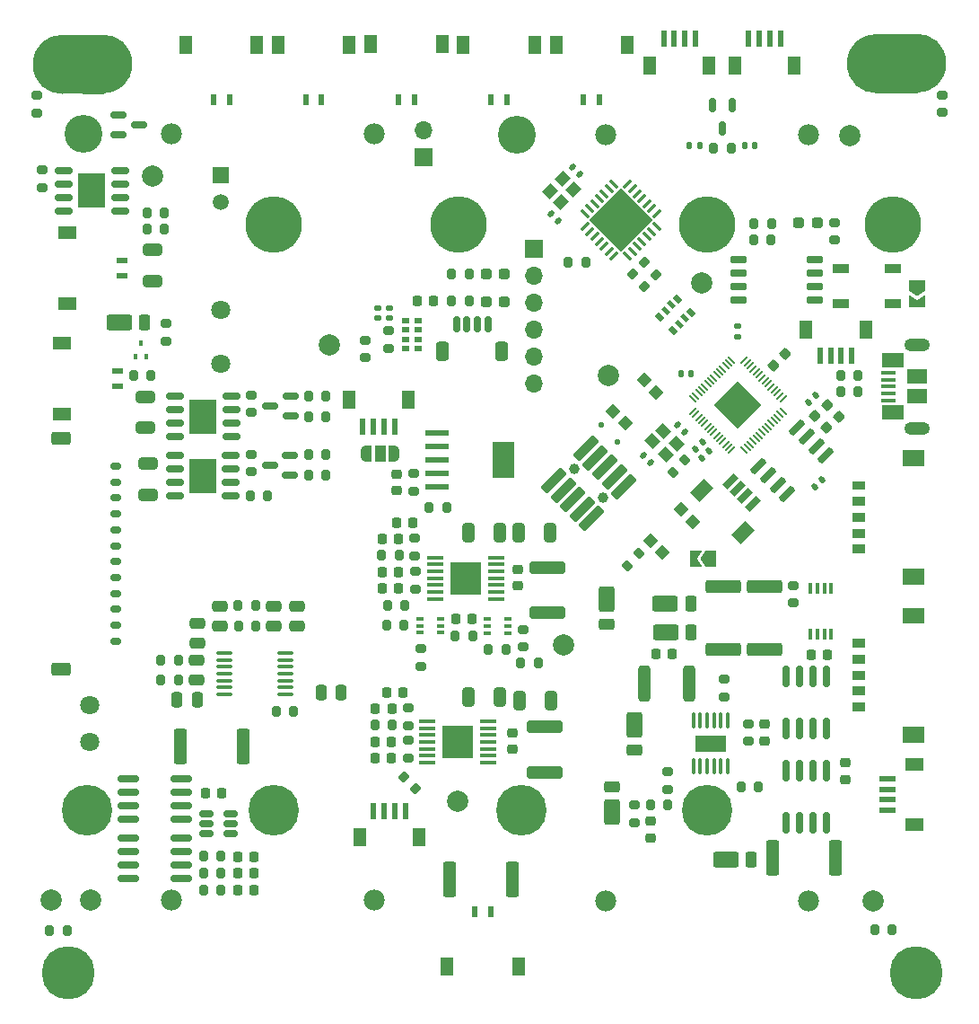
<source format=gbr>
%TF.GenerationSoftware,KiCad,Pcbnew,8.0.2-1*%
%TF.CreationDate,2024-07-17T00:17:58-07:00*%
%TF.ProjectId,battery_board_v3c,62617474-6572-4795-9f62-6f6172645f76,rev?*%
%TF.SameCoordinates,Original*%
%TF.FileFunction,Soldermask,Top*%
%TF.FilePolarity,Negative*%
%FSLAX46Y46*%
G04 Gerber Fmt 4.6, Leading zero omitted, Abs format (unit mm)*
G04 Created by KiCad (PCBNEW 8.0.2-1) date 2024-07-17 00:17:58*
%MOMM*%
%LPD*%
G01*
G04 APERTURE LIST*
G04 Aperture macros list*
%AMRoundRect*
0 Rectangle with rounded corners*
0 $1 Rounding radius*
0 $2 $3 $4 $5 $6 $7 $8 $9 X,Y pos of 4 corners*
0 Add a 4 corners polygon primitive as box body*
4,1,4,$2,$3,$4,$5,$6,$7,$8,$9,$2,$3,0*
0 Add four circle primitives for the rounded corners*
1,1,$1+$1,$2,$3*
1,1,$1+$1,$4,$5*
1,1,$1+$1,$6,$7*
1,1,$1+$1,$8,$9*
0 Add four rect primitives between the rounded corners*
20,1,$1+$1,$2,$3,$4,$5,0*
20,1,$1+$1,$4,$5,$6,$7,0*
20,1,$1+$1,$6,$7,$8,$9,0*
20,1,$1+$1,$8,$9,$2,$3,0*%
%AMRotRect*
0 Rectangle, with rotation*
0 The origin of the aperture is its center*
0 $1 length*
0 $2 width*
0 $3 Rotation angle, in degrees counterclockwise*
0 Add horizontal line*
21,1,$1,$2,0,0,$3*%
%AMFreePoly0*
4,1,6,1.000000,0.000000,0.500000,-0.750000,-0.500000,-0.750000,-0.500000,0.750000,0.500000,0.750000,1.000000,0.000000,1.000000,0.000000,$1*%
%AMFreePoly1*
4,1,6,0.500000,-0.750000,-0.650000,-0.750000,-0.150000,0.000000,-0.650000,0.750000,0.500000,0.750000,0.500000,-0.750000,0.500000,-0.750000,$1*%
%AMFreePoly2*
4,1,19,0.550000,-0.750000,0.000000,-0.750000,0.000000,-0.744911,-0.071157,-0.744911,-0.207708,-0.704816,-0.327430,-0.627875,-0.420627,-0.520320,-0.479746,-0.390866,-0.500000,-0.250000,-0.500000,0.250000,-0.479746,0.390866,-0.420627,0.520320,-0.327430,0.627875,-0.207708,0.704816,-0.071157,0.744911,0.000000,0.744911,0.000000,0.750000,0.550000,0.750000,0.550000,-0.750000,0.550000,-0.750000,
$1*%
%AMFreePoly3*
4,1,19,0.000000,0.744911,0.071157,0.744911,0.207708,0.704816,0.327430,0.627875,0.420627,0.520320,0.479746,0.390866,0.500000,0.250000,0.500000,-0.250000,0.479746,-0.390866,0.420627,-0.520320,0.327430,-0.627875,0.207708,-0.704816,0.071157,-0.744911,0.000000,-0.744911,0.000000,-0.750000,-0.550000,-0.750000,-0.550000,0.750000,0.000000,0.750000,0.000000,0.744911,0.000000,0.744911,
$1*%
G04 Aperture macros list end*
%ADD10C,0.150000*%
%ADD11C,0.010000*%
%ADD12RoundRect,0.200000X0.200000X0.275000X-0.200000X0.275000X-0.200000X-0.275000X0.200000X-0.275000X0*%
%ADD13FreePoly0,270.000000*%
%ADD14FreePoly1,270.000000*%
%ADD15RoundRect,0.250000X0.650000X-0.325000X0.650000X0.325000X-0.650000X0.325000X-0.650000X-0.325000X0*%
%ADD16FreePoly0,180.000000*%
%ADD17FreePoly1,180.000000*%
%ADD18RoundRect,0.200000X0.275000X-0.200000X0.275000X0.200000X-0.275000X0.200000X-0.275000X-0.200000X0*%
%ADD19RotRect,0.600000X1.550000X135.000000*%
%ADD20RotRect,1.200000X1.800000X135.000000*%
%ADD21C,5.000000*%
%ADD22RoundRect,0.225000X-0.225000X-0.250000X0.225000X-0.250000X0.225000X0.250000X-0.225000X0.250000X0*%
%ADD23RoundRect,0.250000X-1.450000X0.312500X-1.450000X-0.312500X1.450000X-0.312500X1.450000X0.312500X0*%
%ADD24C,2.000000*%
%ADD25R,1.500000X0.900000*%
%ADD26RoundRect,0.150000X0.825000X0.150000X-0.825000X0.150000X-0.825000X-0.150000X0.825000X-0.150000X0*%
%ADD27RoundRect,0.150000X0.150000X0.625000X-0.150000X0.625000X-0.150000X-0.625000X0.150000X-0.625000X0*%
%ADD28RoundRect,0.250000X0.350000X0.650000X-0.350000X0.650000X-0.350000X-0.650000X0.350000X-0.650000X0*%
%ADD29R,0.650000X0.400000*%
%ADD30RoundRect,0.200000X-0.200000X-0.275000X0.200000X-0.275000X0.200000X0.275000X-0.200000X0.275000X0*%
%ADD31RoundRect,0.150000X0.662500X0.150000X-0.662500X0.150000X-0.662500X-0.150000X0.662500X-0.150000X0*%
%ADD32R,2.514000X3.200000*%
%ADD33RoundRect,0.150000X-0.512500X-0.150000X0.512500X-0.150000X0.512500X0.150000X-0.512500X0.150000X0*%
%ADD34RoundRect,0.140000X-0.021213X0.219203X-0.219203X0.021213X0.021213X-0.219203X0.219203X-0.021213X0*%
%ADD35R,0.600000X1.000000*%
%ADD36R,1.250000X1.800000*%
%ADD37RoundRect,0.140000X-0.219203X-0.021213X-0.021213X-0.219203X0.219203X0.021213X0.021213X0.219203X0*%
%ADD38RoundRect,0.225000X-0.250000X0.225000X-0.250000X-0.225000X0.250000X-0.225000X0.250000X0.225000X0*%
%ADD39RoundRect,0.140000X0.170000X-0.140000X0.170000X0.140000X-0.170000X0.140000X-0.170000X-0.140000X0*%
%ADD40RotRect,0.800000X0.500000X135.000000*%
%ADD41RotRect,0.800000X0.400000X135.000000*%
%ADD42RoundRect,0.250000X-0.650000X0.325000X-0.650000X-0.325000X0.650000X-0.325000X0.650000X0.325000X0*%
%ADD43RoundRect,0.200000X0.335876X0.053033X0.053033X0.335876X-0.335876X-0.053033X-0.053033X-0.335876X0*%
%ADD44RoundRect,0.225000X0.250000X-0.225000X0.250000X0.225000X-0.250000X0.225000X-0.250000X-0.225000X0*%
%ADD45RoundRect,0.250000X-0.475000X0.250000X-0.475000X-0.250000X0.475000X-0.250000X0.475000X0.250000X0*%
%ADD46RoundRect,0.150000X0.150000X-0.825000X0.150000X0.825000X-0.150000X0.825000X-0.150000X-0.825000X0*%
%ADD47R,2.200000X0.600000*%
%ADD48R,2.150000X3.450000*%
%ADD49RoundRect,0.150000X0.406586X0.618718X-0.618718X-0.406586X-0.406586X-0.618718X0.618718X0.406586X0*%
%ADD50RoundRect,0.050800X0.000000X0.636396X-0.636396X0.000000X0.000000X-0.636396X0.636396X0.000000X0*%
%ADD51RoundRect,0.225000X0.225000X0.250000X-0.225000X0.250000X-0.225000X-0.250000X0.225000X-0.250000X0*%
%ADD52RoundRect,0.050800X0.000000X-0.636396X0.636396X0.000000X0.000000X0.636396X-0.636396X0.000000X0*%
%ADD53RoundRect,0.150000X-0.662500X-0.150000X0.662500X-0.150000X0.662500X0.150000X-0.662500X0.150000X0*%
%ADD54RoundRect,0.150000X0.587500X0.150000X-0.587500X0.150000X-0.587500X-0.150000X0.587500X-0.150000X0*%
%ADD55RoundRect,0.250000X0.362500X1.425000X-0.362500X1.425000X-0.362500X-1.425000X0.362500X-1.425000X0*%
%ADD56RoundRect,0.250000X0.325000X0.650000X-0.325000X0.650000X-0.325000X-0.650000X0.325000X-0.650000X0*%
%ADD57R,1.700000X1.700000*%
%ADD58O,1.700000X1.700000*%
%ADD59R,0.600000X1.550000*%
%ADD60R,1.200000X1.800000*%
%ADD61C,1.800000*%
%ADD62R,3.000000X3.100000*%
%ADD63RoundRect,0.100000X-0.687500X-0.100000X0.687500X-0.100000X0.687500X0.100000X-0.687500X0.100000X0*%
%ADD64R,0.400000X1.100000*%
%ADD65RoundRect,0.200000X0.053033X-0.335876X0.335876X-0.053033X-0.053033X0.335876X-0.335876X0.053033X0*%
%ADD66RoundRect,0.237500X-0.287500X-0.237500X0.287500X-0.237500X0.287500X0.237500X-0.287500X0.237500X0*%
%ADD67RoundRect,0.250000X-0.362500X-1.425000X0.362500X-1.425000X0.362500X1.425000X-0.362500X1.425000X0*%
%ADD68RoundRect,0.250000X-0.500000X0.950000X-0.500000X-0.950000X0.500000X-0.950000X0.500000X0.950000X0*%
%ADD69RoundRect,0.250000X-0.500000X0.275000X-0.500000X-0.275000X0.500000X-0.275000X0.500000X0.275000X0*%
%ADD70RoundRect,0.250000X0.950000X0.500000X-0.950000X0.500000X-0.950000X-0.500000X0.950000X-0.500000X0*%
%ADD71RoundRect,0.250000X0.275000X0.500000X-0.275000X0.500000X-0.275000X-0.500000X0.275000X-0.500000X0*%
%ADD72RoundRect,0.140000X0.219203X0.021213X0.021213X0.219203X-0.219203X-0.021213X-0.021213X-0.219203X0*%
%ADD73RoundRect,0.125000X0.176777X0.000000X0.000000X0.176777X-0.176777X0.000000X0.000000X-0.176777X0*%
%ADD74RoundRect,0.150000X-0.150000X0.512500X-0.150000X-0.512500X0.150000X-0.512500X0.150000X0.512500X0*%
%ADD75RoundRect,0.150000X-0.150000X0.825000X-0.150000X-0.825000X0.150000X-0.825000X0.150000X0.825000X0*%
%ADD76RoundRect,0.250000X-0.325000X-0.650000X0.325000X-0.650000X0.325000X0.650000X-0.325000X0.650000X0*%
%ADD77RoundRect,0.200000X-0.053033X0.335876X-0.335876X0.053033X0.053033X-0.335876X0.335876X-0.053033X0*%
%ADD78R,0.400000X0.510000*%
%ADD79R,0.800000X0.500000*%
%ADD80RoundRect,0.250000X-1.425000X0.362500X-1.425000X-0.362500X1.425000X-0.362500X1.425000X0.362500X0*%
%ADD81RoundRect,0.200000X-0.275000X0.200000X-0.275000X-0.200000X0.275000X-0.200000X0.275000X0.200000X0*%
%ADD82R,1.000000X0.600000*%
%ADD83R,1.800000X1.250000*%
%ADD84RoundRect,0.250000X-0.250000X-0.475000X0.250000X-0.475000X0.250000X0.475000X-0.250000X0.475000X0*%
%ADD85RoundRect,0.100000X-0.637500X-0.100000X0.637500X-0.100000X0.637500X0.100000X-0.637500X0.100000X0*%
%ADD86RoundRect,0.150000X-0.650000X-0.150000X0.650000X-0.150000X0.650000X0.150000X-0.650000X0.150000X0*%
%ADD87R,1.550000X0.600000*%
%ADD88R,1.800000X1.200000*%
%ADD89FreePoly2,0.000000*%
%ADD90R,1.000000X1.500000*%
%ADD91FreePoly3,0.000000*%
%ADD92RoundRect,0.250000X1.425000X-0.362500X1.425000X0.362500X-1.425000X0.362500X-1.425000X-0.362500X0*%
%ADD93RoundRect,0.140000X-0.140000X-0.170000X0.140000X-0.170000X0.140000X0.170000X-0.140000X0.170000X0*%
%ADD94R,1.380000X0.450000*%
%ADD95O,2.416000X1.208000*%
%ADD96R,2.100000X1.475000*%
%ADD97R,1.900000X1.375000*%
%ADD98RoundRect,0.250000X0.500000X-0.950000X0.500000X0.950000X-0.500000X0.950000X-0.500000X-0.950000X0*%
%ADD99RoundRect,0.250000X0.500000X-0.275000X0.500000X0.275000X-0.500000X0.275000X-0.500000X-0.275000X0*%
%ADD100RoundRect,0.140000X0.140000X0.170000X-0.140000X0.170000X-0.140000X-0.170000X0.140000X-0.170000X0*%
%ADD101RoundRect,0.050000X-0.309359X0.238649X0.238649X-0.309359X0.309359X-0.238649X-0.238649X0.309359X0*%
%ADD102RoundRect,0.050000X-0.309359X-0.238649X-0.238649X-0.309359X0.309359X0.238649X0.238649X0.309359X0*%
%ADD103RotRect,3.200000X3.200000X315.000000*%
%ADD104RoundRect,0.250000X-0.312500X-1.450000X0.312500X-1.450000X0.312500X1.450000X-0.312500X1.450000X0*%
%ADD105RoundRect,0.075000X0.362392X-0.256326X-0.256326X0.362392X-0.362392X0.256326X0.256326X-0.362392X0*%
%ADD106RoundRect,0.075000X0.362392X0.256326X0.256326X0.362392X-0.362392X-0.256326X-0.256326X-0.362392X0*%
%ADD107RotRect,4.250000X4.250000X135.000000*%
%ADD108C,1.000000*%
%ADD109RoundRect,0.050800X1.187939X0.650538X0.650538X1.187939X-1.187939X-0.650538X-0.650538X-1.187939X0*%
%ADD110RoundRect,0.250000X0.475000X-0.250000X0.475000X0.250000X-0.475000X0.250000X-0.475000X-0.250000X0*%
%ADD111RoundRect,0.150000X-0.350000X0.150000X-0.350000X-0.150000X0.350000X-0.150000X0.350000X0.150000X0*%
%ADD112RoundRect,0.250000X-0.650000X0.375000X-0.650000X-0.375000X0.650000X-0.375000X0.650000X0.375000X0*%
%ADD113RoundRect,0.150000X-0.587500X-0.150000X0.587500X-0.150000X0.587500X0.150000X-0.587500X0.150000X0*%
%ADD114R,1.508000X1.508000*%
%ADD115C,1.508000*%
%ADD116RoundRect,0.225000X0.017678X-0.335876X0.335876X-0.017678X-0.017678X0.335876X-0.335876X0.017678X0*%
%ADD117RoundRect,0.225000X-0.335876X-0.017678X-0.017678X-0.335876X0.335876X0.017678X0.017678X0.335876X0*%
%ADD118RoundRect,0.100000X0.100000X-0.625000X0.100000X0.625000X-0.100000X0.625000X-0.100000X-0.625000X0*%
%ADD119R,2.850000X1.650000*%
%ADD120RotRect,1.150000X1.000000X315.000000*%
%ADD121RoundRect,0.140000X0.021213X-0.219203X0.219203X-0.021213X-0.021213X0.219203X-0.219203X0.021213X0*%
%ADD122RotRect,1.150000X1.000000X225.000000*%
%ADD123C,4.770000*%
%ADD124C,5.325000*%
%ADD125C,3.570000*%
%ADD126C,1.980000*%
G04 APERTURE END LIST*
D10*
X193457397Y-45800000D02*
G75*
G02*
X188042603Y-45800000I-2707397J0D01*
G01*
X188042603Y-45800000D02*
G75*
G02*
X193457397Y-45800000I2707397J0D01*
G01*
X190750000Y-48496747D02*
X194550000Y-48503254D01*
X113942531Y-48568739D02*
X117742531Y-48575246D01*
X197242408Y-45774702D02*
G75*
G02*
X191857592Y-45774702I-2692408J0D01*
G01*
X191857592Y-45774702D02*
G75*
G02*
X197242408Y-45774702I2692408J0D01*
G01*
X116649928Y-45871992D02*
G75*
G02*
X111235134Y-45871992I-2707397J0D01*
G01*
X111235134Y-45871992D02*
G75*
G02*
X116649928Y-45871992I2707397J0D01*
G01*
X120434939Y-45846694D02*
G75*
G02*
X115050123Y-45846694I-2692408J0D01*
G01*
X115050123Y-45846694D02*
G75*
G02*
X120434939Y-45846694I2692408J0D01*
G01*
X194600000Y-43096747D02*
X190800000Y-43103254D01*
X117792531Y-43168739D02*
X113992531Y-43175246D01*
D11*
%TO.C,J14*%
X189606200Y-100776200D02*
X188453800Y-100776200D01*
X188453800Y-100023800D01*
X189606200Y-100023800D01*
X189606200Y-100776200D01*
G36*
X189606200Y-100776200D02*
G01*
X188453800Y-100776200D01*
X188453800Y-100023800D01*
X189606200Y-100023800D01*
X189606200Y-100776200D01*
G37*
X189606200Y-102276200D02*
X188453800Y-102276200D01*
X188453800Y-101523800D01*
X189606200Y-101523800D01*
X189606200Y-102276200D01*
G36*
X189606200Y-102276200D02*
G01*
X188453800Y-102276200D01*
X188453800Y-101523800D01*
X189606200Y-101523800D01*
X189606200Y-102276200D01*
G37*
X189606200Y-103776200D02*
X188453800Y-103776200D01*
X188453800Y-103023800D01*
X189606200Y-103023800D01*
X189606200Y-103776200D01*
G36*
X189606200Y-103776200D02*
G01*
X188453800Y-103776200D01*
X188453800Y-103023800D01*
X189606200Y-103023800D01*
X189606200Y-103776200D01*
G37*
X189606200Y-105276200D02*
X188453800Y-105276200D01*
X188453800Y-104523800D01*
X189606200Y-104523800D01*
X189606200Y-105276200D01*
G36*
X189606200Y-105276200D02*
G01*
X188453800Y-105276200D01*
X188453800Y-104523800D01*
X189606200Y-104523800D01*
X189606200Y-105276200D01*
G37*
X189606200Y-106776200D02*
X188453800Y-106776200D01*
X188453800Y-106023800D01*
X189606200Y-106023800D01*
X189606200Y-106776200D01*
G36*
X189606200Y-106776200D02*
G01*
X188453800Y-106776200D01*
X188453800Y-106023800D01*
X189606200Y-106023800D01*
X189606200Y-106776200D01*
G37*
X195196200Y-98496200D02*
X193243800Y-98496200D01*
X193243800Y-97093800D01*
X195196200Y-97093800D01*
X195196200Y-98496200D01*
G36*
X195196200Y-98496200D02*
G01*
X193243800Y-98496200D01*
X193243800Y-97093800D01*
X195196200Y-97093800D01*
X195196200Y-98496200D01*
G37*
X195196200Y-109706200D02*
X193243800Y-109706200D01*
X193243800Y-108303800D01*
X195196200Y-108303800D01*
X195196200Y-109706200D01*
G36*
X195196200Y-109706200D02*
G01*
X193243800Y-109706200D01*
X193243800Y-108303800D01*
X195196200Y-108303800D01*
X195196200Y-109706200D01*
G37*
%TO.C,J15*%
X189616200Y-85906200D02*
X188463800Y-85906200D01*
X188463800Y-85153800D01*
X189616200Y-85153800D01*
X189616200Y-85906200D01*
G36*
X189616200Y-85906200D02*
G01*
X188463800Y-85906200D01*
X188463800Y-85153800D01*
X189616200Y-85153800D01*
X189616200Y-85906200D01*
G37*
X189616200Y-87406200D02*
X188463800Y-87406200D01*
X188463800Y-86653800D01*
X189616200Y-86653800D01*
X189616200Y-87406200D01*
G36*
X189616200Y-87406200D02*
G01*
X188463800Y-87406200D01*
X188463800Y-86653800D01*
X189616200Y-86653800D01*
X189616200Y-87406200D01*
G37*
X189616200Y-88906200D02*
X188463800Y-88906200D01*
X188463800Y-88153800D01*
X189616200Y-88153800D01*
X189616200Y-88906200D01*
G36*
X189616200Y-88906200D02*
G01*
X188463800Y-88906200D01*
X188463800Y-88153800D01*
X189616200Y-88153800D01*
X189616200Y-88906200D01*
G37*
X189616200Y-90406200D02*
X188463800Y-90406200D01*
X188463800Y-89653800D01*
X189616200Y-89653800D01*
X189616200Y-90406200D01*
G36*
X189616200Y-90406200D02*
G01*
X188463800Y-90406200D01*
X188463800Y-89653800D01*
X189616200Y-89653800D01*
X189616200Y-90406200D01*
G37*
X189616200Y-91906200D02*
X188463800Y-91906200D01*
X188463800Y-91153800D01*
X189616200Y-91153800D01*
X189616200Y-91906200D01*
G36*
X189616200Y-91906200D02*
G01*
X188463800Y-91906200D01*
X188463800Y-91153800D01*
X189616200Y-91153800D01*
X189616200Y-91906200D01*
G37*
X195206200Y-83626200D02*
X193253800Y-83626200D01*
X193253800Y-82223800D01*
X195206200Y-82223800D01*
X195206200Y-83626200D01*
G36*
X195206200Y-83626200D02*
G01*
X193253800Y-83626200D01*
X193253800Y-82223800D01*
X195206200Y-82223800D01*
X195206200Y-83626200D01*
G37*
X195206200Y-94836200D02*
X193253800Y-94836200D01*
X193253800Y-93433800D01*
X195206200Y-93433800D01*
X195206200Y-94836200D01*
G36*
X195206200Y-94836200D02*
G01*
X193253800Y-94836200D01*
X193253800Y-93433800D01*
X195206200Y-93433800D01*
X195206200Y-94836200D01*
G37*
%TD*%
D12*
%TO.C,R35*%
X163325000Y-64500000D03*
X161675000Y-64500000D03*
%TD*%
D13*
%TO.C,JP3*%
X194600000Y-66775001D03*
D14*
X194600000Y-68224999D03*
%TD*%
D15*
%TO.C,C14*%
X122000000Y-86450002D03*
X122000000Y-83500000D03*
%TD*%
%TO.C,C54*%
X121800000Y-80150002D03*
X121800000Y-77200000D03*
%TD*%
D16*
%TO.C,JP2*%
X175124999Y-92500000D03*
D17*
X173675001Y-92500000D03*
%TD*%
D18*
%TO.C,R57*%
X186800000Y-62425000D03*
X186800000Y-60775000D03*
%TD*%
D19*
%TO.C,J21*%
X179057577Y-87283744D03*
X178350470Y-86576637D03*
X177643363Y-85869530D03*
X176936256Y-85162423D03*
D20*
X178191371Y-89988427D03*
X174231573Y-86028629D03*
%TD*%
D12*
%TO.C,R32*%
X135750000Y-106900000D03*
X134100000Y-106900000D03*
%TD*%
D21*
%TO.C,*%
X194500000Y-131530000D03*
%TD*%
D22*
%TO.C,C1*%
X144082500Y-90615000D03*
X145632500Y-90615000D03*
%TD*%
D23*
%TO.C,L3*%
X159440000Y-108330000D03*
X159440000Y-112605000D03*
%TD*%
D24*
%TO.C,TP6*%
X122428000Y-56388000D03*
%TD*%
D25*
%TO.C,LED1*%
X192250000Y-68450000D03*
X192250000Y-65150000D03*
X187350000Y-65150000D03*
X187350000Y-68450000D03*
%TD*%
D26*
%TO.C,Q2*%
X125124999Y-122585000D03*
X125124999Y-121315000D03*
X125124999Y-120045000D03*
X125124999Y-118775000D03*
X120174999Y-118775000D03*
X120174999Y-120045000D03*
X120174999Y-121315000D03*
X120174999Y-122585000D03*
%TD*%
D27*
%TO.C,J27*%
X154110000Y-70395000D03*
X153110000Y-70395000D03*
X152110000Y-70395000D03*
X151110000Y-70395000D03*
D28*
X155410000Y-72920000D03*
X149810000Y-72920000D03*
%TD*%
D29*
%TO.C,Q3*%
X154057500Y-98180000D03*
X154057500Y-98830000D03*
X154057500Y-99480000D03*
X155957500Y-99480000D03*
X155957500Y-98830000D03*
X155957500Y-98180000D03*
%TD*%
D30*
%TO.C,R4*%
X127225000Y-120530000D03*
X128875000Y-120530000D03*
%TD*%
D31*
%TO.C,Q9*%
X129840002Y-86574999D03*
X129840002Y-85304999D03*
X129840002Y-84034999D03*
X129840002Y-82764999D03*
X124565002Y-82764999D03*
X124565002Y-84034999D03*
X124565002Y-85304999D03*
X124565002Y-86574999D03*
D32*
X127202502Y-84669999D03*
%TD*%
D33*
%TO.C,U1*%
X127542500Y-116500000D03*
X127542500Y-117450000D03*
X127542500Y-118400000D03*
X129817500Y-118400000D03*
X129817500Y-117450000D03*
X129817500Y-116500000D03*
%TD*%
D34*
%TO.C,C31*%
X185639411Y-85060589D03*
X184960589Y-85739411D03*
%TD*%
D35*
%TO.C,J7*%
X155870000Y-49225000D03*
X154370000Y-49225000D03*
D36*
X158475000Y-44035000D03*
X151765000Y-44035000D03*
%TD*%
D37*
%TO.C,C20*%
X171960589Y-79870589D03*
X172639411Y-80549411D03*
%TD*%
D12*
%TO.C,FB3*%
X132177500Y-98852499D03*
X130527500Y-98852499D03*
%TD*%
%TO.C,R19*%
X133285000Y-86564998D03*
X131635000Y-86564998D03*
%TD*%
D38*
%TO.C,C40*%
X180220000Y-108085000D03*
X180220000Y-109635000D03*
%TD*%
D18*
%TO.C,R60*%
X123750000Y-71955000D03*
X123750000Y-70305000D03*
%TD*%
D39*
%TO.C,C52*%
X144800000Y-69780000D03*
X144800000Y-68820000D03*
%TD*%
D40*
%TO.C,R48*%
X171537868Y-70934924D03*
D41*
X172103553Y-70369239D03*
X172669239Y-69803553D03*
D40*
X173234924Y-69237868D03*
X171962132Y-67965076D03*
D41*
X171396447Y-68530761D03*
X170830761Y-69096447D03*
D40*
X170265076Y-69662132D03*
%TD*%
D35*
%TO.C,J8*%
X164610000Y-49245000D03*
X163110000Y-49245000D03*
D36*
X167215000Y-44055000D03*
X160505000Y-44055000D03*
%TD*%
D42*
%TO.C,C50*%
X122430000Y-63325000D03*
X122430000Y-66275000D03*
%TD*%
D12*
%TO.C,R31*%
X180825000Y-60880000D03*
X179175000Y-60880000D03*
%TD*%
D30*
%TO.C,R43*%
X169415000Y-115690000D03*
X171065000Y-115690000D03*
%TD*%
D43*
%TO.C,R40*%
X169963503Y-65683595D03*
X168796777Y-64516869D03*
%TD*%
D44*
%TO.C,C13*%
X145467500Y-86055000D03*
X145467500Y-84505000D03*
%TD*%
D45*
%TO.C,C18*%
X126627500Y-102032499D03*
X126627500Y-103932499D03*
%TD*%
D46*
%TO.C,U14*%
X182215000Y-108495000D03*
X183485000Y-108495000D03*
X184755000Y-108495000D03*
X186025000Y-108495000D03*
X186025000Y-103545000D03*
X184755000Y-103545000D03*
X183485000Y-103545000D03*
X182215000Y-103545000D03*
%TD*%
D47*
%TO.C,U6*%
X149270000Y-80630000D03*
X149270000Y-81900000D03*
X149270000Y-83170000D03*
X149270000Y-84440000D03*
X149270000Y-85710000D03*
D48*
X155570000Y-83170000D03*
%TD*%
D49*
%TO.C,U13*%
X185957838Y-82766238D03*
X185059813Y-81868213D03*
X184161787Y-80970187D03*
X183263762Y-80072162D03*
X179622162Y-83713762D03*
X180520187Y-84611787D03*
X181418213Y-85509813D03*
X182316238Y-86407838D03*
%TD*%
D50*
%TO.C,SW1*%
X167046117Y-79685254D03*
X169945254Y-76786117D03*
X165914746Y-78553883D03*
X168813883Y-75654746D03*
%TD*%
D51*
%TO.C,C49*%
X144995000Y-109710000D03*
X143445000Y-109710000D03*
%TD*%
D52*
%TO.C,SW2*%
X172313883Y-87844746D03*
X169414746Y-90743883D03*
X173445254Y-88976117D03*
X170546117Y-91875254D03*
%TD*%
D18*
%TO.C,R59*%
X112050000Y-57485000D03*
X112050000Y-55835000D03*
%TD*%
D24*
%TO.C,TP1*%
X161250000Y-100590000D03*
%TD*%
D22*
%TO.C,C12*%
X151052500Y-98160000D03*
X152602500Y-98160000D03*
%TD*%
%TO.C,C43*%
X144535000Y-105100000D03*
X146085000Y-105100000D03*
%TD*%
D53*
%TO.C,Q11*%
X114075000Y-55860000D03*
X114075000Y-57130000D03*
X114075000Y-58400000D03*
X114075000Y-59670000D03*
X119350000Y-59670000D03*
X119350000Y-58400000D03*
X119350000Y-57130000D03*
X119350000Y-55860000D03*
D32*
X116712500Y-57765000D03*
%TD*%
D44*
%TO.C,C6*%
X156907500Y-95015000D03*
X156907500Y-93465000D03*
%TD*%
D54*
%TO.C,Q7*%
X135407501Y-84619998D03*
X135407501Y-82719998D03*
X133532501Y-83669998D03*
%TD*%
D24*
%TO.C,TP2*%
X116620000Y-124620000D03*
%TD*%
D30*
%TO.C,R54*%
X187340000Y-76720000D03*
X188990000Y-76720000D03*
%TD*%
D55*
%TO.C,R1*%
X130962500Y-110200000D03*
X125037500Y-110200000D03*
%TD*%
D56*
%TO.C,C46*%
X155185000Y-105500000D03*
X152235000Y-105500000D03*
%TD*%
D57*
%TO.C,J25*%
X158440000Y-63220000D03*
D58*
X158440000Y-65760000D03*
X158440000Y-68300000D03*
X158440000Y-70840000D03*
X158440000Y-73380000D03*
X158440000Y-75920000D03*
%TD*%
D59*
%TO.C,J20*%
X173670000Y-43475000D03*
X172670000Y-43475000D03*
X171670000Y-43475000D03*
X170670000Y-43475000D03*
D60*
X174970000Y-46000000D03*
X169370000Y-46000000D03*
%TD*%
D18*
%TO.C,R62*%
X111540000Y-50465000D03*
X111540000Y-48815000D03*
%TD*%
D61*
%TO.C,J18*%
X116500000Y-109750000D03*
X116500000Y-106250000D03*
%TD*%
D62*
%TO.C,U3*%
X151977500Y-94300000D03*
D63*
X149115000Y-92350000D03*
X149115000Y-93000000D03*
X149115000Y-93650000D03*
X149115000Y-94300000D03*
X149115000Y-94950000D03*
X149115000Y-95600000D03*
X149115000Y-96250000D03*
X154840000Y-96250000D03*
X154840000Y-95600000D03*
X154840000Y-94950000D03*
X154840000Y-94300000D03*
X154840000Y-93650000D03*
X154840000Y-93000000D03*
X154840000Y-92350000D03*
%TD*%
D39*
%TO.C,C51*%
X143700000Y-69780000D03*
X143700000Y-68820000D03*
%TD*%
D57*
%TO.C,J1*%
X147990000Y-54600000D03*
D58*
X147990000Y-52060000D03*
%TD*%
D18*
%TO.C,R52*%
X178650000Y-109685000D03*
X178650000Y-108035000D03*
%TD*%
D12*
%TO.C,R10*%
X155762500Y-101060000D03*
X154112500Y-101060000D03*
%TD*%
D45*
%TO.C,C27*%
X133887499Y-96922500D03*
X133887499Y-98822500D03*
%TD*%
D30*
%TO.C,R53*%
X187340000Y-75180000D03*
X188990000Y-75180000D03*
%TD*%
D64*
%TO.C,IC2*%
X184524999Y-99550000D03*
X185175000Y-99550000D03*
X185825000Y-99550000D03*
X186475001Y-99550000D03*
X186475001Y-95250000D03*
X185825000Y-95250000D03*
X185175000Y-95250000D03*
X184524999Y-95250000D03*
%TD*%
D12*
%TO.C,R9*%
X122302500Y-75170000D03*
X120652500Y-75170000D03*
%TD*%
D65*
%TO.C,R36*%
X167200000Y-93110000D03*
X168366726Y-91943274D03*
%TD*%
D66*
%TO.C,D10*%
X185174999Y-60800000D03*
X183425001Y-60800000D03*
%TD*%
D67*
%TO.C,R49*%
X180937500Y-120700000D03*
X186862500Y-120700000D03*
%TD*%
D68*
%TO.C,D11*%
X165800000Y-116350000D03*
D69*
X165800000Y-113975000D03*
%TD*%
D70*
%TO.C,D4*%
X176525000Y-120800000D03*
D71*
X178900000Y-120800000D03*
%TD*%
D72*
%TO.C,C21*%
X169389411Y-83379411D03*
X168710589Y-82700589D03*
%TD*%
D73*
%TO.C,D8*%
X164772183Y-79872183D03*
X166327817Y-81427817D03*
%TD*%
D74*
%TO.C,D5*%
X177130000Y-49675000D03*
X175230000Y-49675000D03*
X176180000Y-51950000D03*
%TD*%
D75*
%TO.C,U12*%
X186005000Y-112425000D03*
X184735000Y-112425000D03*
X183465000Y-112425000D03*
X182195000Y-112425000D03*
X182195000Y-117375000D03*
X183465000Y-117375000D03*
X184735000Y-117375000D03*
X186005000Y-117375000D03*
%TD*%
D76*
%TO.C,C45*%
X157045000Y-105820000D03*
X159995000Y-105820000D03*
%TD*%
D18*
%TO.C,R6*%
X147137500Y-92210000D03*
X147137500Y-90560000D03*
%TD*%
D77*
%TO.C,R38*%
X172683363Y-83136637D03*
X171516637Y-84303363D03*
%TD*%
D66*
%TO.C,D2*%
X155670000Y-68240000D03*
X153920000Y-68240000D03*
%TD*%
D78*
%TO.C,Q4*%
X120841957Y-73425562D03*
X121841957Y-73425562D03*
X121341957Y-72135562D03*
%TD*%
D79*
%TO.C,IC5*%
X147500000Y-72700000D03*
X147500000Y-71800000D03*
X147500000Y-70900000D03*
X147500000Y-70000000D03*
X146300000Y-70000000D03*
X146300000Y-70900000D03*
X146300000Y-71800000D03*
X146300000Y-72700000D03*
%TD*%
D80*
%TO.C,R55*%
X176250000Y-95137500D03*
X176250000Y-101062500D03*
%TD*%
D81*
%TO.C,R2*%
X182900000Y-94975000D03*
X182900000Y-96625000D03*
%TD*%
%TO.C,R25*%
X147057500Y-84455000D03*
X147057500Y-86105000D03*
%TD*%
D30*
%TO.C,R26*%
X148552500Y-87640000D03*
X150202500Y-87640000D03*
%TD*%
D24*
%TO.C,TP9*%
X151200000Y-115300000D03*
%TD*%
D37*
%TO.C,C35*%
X160049866Y-59984315D03*
X160728688Y-60663137D03*
%TD*%
D82*
%TO.C,J10*%
X119570000Y-64340000D03*
X119570000Y-65840000D03*
D83*
X114380000Y-61735000D03*
X114380000Y-68445000D03*
%TD*%
D38*
%TO.C,C34*%
X169450000Y-117235000D03*
X169450000Y-118785000D03*
%TD*%
D35*
%TO.C,J5*%
X138390000Y-49192500D03*
X136890000Y-49192500D03*
D36*
X140995000Y-44002500D03*
X134285000Y-44002500D03*
%TD*%
D37*
%TO.C,C36*%
X162036836Y-55564897D03*
X162715658Y-56243719D03*
%TD*%
D84*
%TO.C,C22*%
X138350000Y-105100000D03*
X140250000Y-105100000D03*
%TD*%
D45*
%TO.C,C16*%
X136047500Y-96942499D03*
X136047500Y-98842499D03*
%TD*%
D12*
%TO.C,R47*%
X179615000Y-114000000D03*
X177965000Y-114000000D03*
%TD*%
D34*
%TO.C,C33*%
X174339411Y-81460589D03*
X173660589Y-82139411D03*
%TD*%
D56*
%TO.C,C4*%
X155225000Y-90000000D03*
X152275000Y-90000000D03*
%TD*%
D51*
%TO.C,C7*%
X131995000Y-123720000D03*
X130445000Y-123720000D03*
%TD*%
D18*
%TO.C,R20*%
X146540000Y-111260000D03*
X146540000Y-109610000D03*
%TD*%
D34*
%TO.C,C26*%
X185009411Y-77030589D03*
X184330589Y-77709411D03*
%TD*%
D30*
%TO.C,R12*%
X151012500Y-99750000D03*
X152662500Y-99750000D03*
%TD*%
D85*
%TO.C,U15*%
X129237500Y-101350000D03*
X129237500Y-102000000D03*
X129237500Y-102650000D03*
X129237500Y-103300000D03*
X129237500Y-103950000D03*
X129237500Y-104600000D03*
X129237500Y-105250000D03*
X134962500Y-105250000D03*
X134962500Y-104600000D03*
X134962500Y-103950000D03*
X134962500Y-103300000D03*
X134962500Y-102650000D03*
X134962500Y-102000000D03*
X134962500Y-101350000D03*
%TD*%
D12*
%TO.C,R22*%
X138817501Y-82669999D03*
X137167501Y-82669999D03*
%TD*%
D86*
%TO.C,U8*%
X177720000Y-64275000D03*
X177720000Y-65545000D03*
X177720000Y-66815000D03*
X177720000Y-68085000D03*
X184920000Y-68085000D03*
X184920000Y-66815000D03*
X184920000Y-65545000D03*
X184920000Y-64275000D03*
%TD*%
D70*
%TO.C,D6*%
X170850000Y-99400000D03*
D71*
X173225000Y-99400000D03*
%TD*%
D18*
%TO.C,R15*%
X147777500Y-102595000D03*
X147777500Y-100945000D03*
%TD*%
D30*
%TO.C,R30*%
X121915000Y-59840000D03*
X123565000Y-59840000D03*
%TD*%
%TO.C,R56*%
X179155000Y-62450000D03*
X180805000Y-62450000D03*
%TD*%
D18*
%TO.C,R1043*%
X167900000Y-117325000D03*
X167900000Y-115675000D03*
%TD*%
%TO.C,R67*%
X144700000Y-72625000D03*
X144700000Y-70975000D03*
%TD*%
D24*
%TO.C,TP8*%
X165470000Y-75160000D03*
%TD*%
D51*
%TO.C,C10*%
X145622500Y-95260000D03*
X144072500Y-95260000D03*
%TD*%
D29*
%TO.C,Q5*%
X149587500Y-99440000D03*
X149587500Y-98790000D03*
X149587500Y-98140000D03*
X147687500Y-98140000D03*
X147687500Y-98790000D03*
X147687500Y-99440000D03*
%TD*%
D54*
%TO.C,Q6*%
X135440002Y-79039999D03*
X135440002Y-77139999D03*
X133565002Y-78089999D03*
%TD*%
D12*
%TO.C,FB2*%
X132172500Y-96902500D03*
X130522500Y-96902500D03*
%TD*%
D51*
%TO.C,C11*%
X145627500Y-93730000D03*
X144077500Y-93730000D03*
%TD*%
%TO.C,C8*%
X132015001Y-120540000D03*
X130465001Y-120540000D03*
%TD*%
D12*
%TO.C,R64*%
X114375000Y-127540000D03*
X112725000Y-127540000D03*
%TD*%
%TO.C,R3*%
X128885000Y-123740000D03*
X127235000Y-123740000D03*
%TD*%
%TO.C,R29*%
X123555000Y-61400000D03*
X121905000Y-61400000D03*
%TD*%
D87*
%TO.C,J16*%
X191775000Y-113200000D03*
X191775000Y-114200000D03*
X191775000Y-115200000D03*
X191775000Y-116200000D03*
D88*
X194300000Y-111900000D03*
X194300000Y-117500000D03*
%TD*%
D30*
%TO.C,R13*%
X157182500Y-102260000D03*
X158832500Y-102260000D03*
%TD*%
D22*
%TO.C,C44*%
X143455000Y-106620000D03*
X145005000Y-106620000D03*
%TD*%
D24*
%TO.C,TP5*%
X188260000Y-52580000D03*
%TD*%
D22*
%TO.C,C42*%
X184575000Y-101520000D03*
X186125000Y-101520000D03*
%TD*%
D89*
%TO.C,JP1*%
X142607500Y-82550000D03*
D90*
X143907500Y-82550000D03*
D91*
X145207500Y-82550000D03*
%TD*%
D51*
%TO.C,C9*%
X132005000Y-122090000D03*
X130455000Y-122090000D03*
%TD*%
D39*
%TO.C,C29*%
X177630000Y-71530000D03*
X177630000Y-70570000D03*
%TD*%
D92*
%TO.C,R50*%
X180200000Y-101062500D03*
X180200000Y-95137500D03*
%TD*%
D93*
%TO.C,C37*%
X178297500Y-53492500D03*
X179257500Y-53492500D03*
%TD*%
D43*
%TO.C,R61*%
X147283363Y-114183363D03*
X146116637Y-113016637D03*
%TD*%
D94*
%TO.C,J24*%
X191890000Y-74947500D03*
X191890000Y-75597500D03*
X191890000Y-76247500D03*
X191890000Y-76897500D03*
X191890000Y-77547500D03*
D95*
X194550000Y-80197500D03*
D96*
X192250000Y-78710000D03*
D97*
X194550000Y-77185000D03*
X194550000Y-75310000D03*
D96*
X192250000Y-73785000D03*
D95*
X194550000Y-72297500D03*
%TD*%
D44*
%TO.C,C47*%
X156380000Y-110455000D03*
X156380000Y-108905000D03*
%TD*%
D18*
%TO.C,R63*%
X196970000Y-50395000D03*
X196970000Y-48745000D03*
%TD*%
D98*
%TO.C,D7*%
X167900000Y-108100000D03*
D99*
X167900000Y-110475000D03*
%TD*%
D81*
%TO.C,R27*%
X131742501Y-77054999D03*
X131742501Y-78704999D03*
%TD*%
D22*
%TO.C,C2*%
X145447500Y-89075000D03*
X146997500Y-89075000D03*
%TD*%
D12*
%TO.C,R39*%
X152310000Y-68160000D03*
X150660000Y-68160000D03*
%TD*%
D30*
%TO.C,R23*%
X137147502Y-79059999D03*
X138797502Y-79059999D03*
%TD*%
D62*
%TO.C,U5*%
X151250000Y-109750000D03*
D63*
X148387500Y-107800000D03*
X148387500Y-108450000D03*
X148387500Y-109100000D03*
X148387500Y-109750000D03*
X148387500Y-110400000D03*
X148387500Y-111050000D03*
X148387500Y-111700000D03*
X154112500Y-111700000D03*
X154112500Y-111050000D03*
X154112500Y-110400000D03*
X154112500Y-109750000D03*
X154112500Y-109100000D03*
X154112500Y-108450000D03*
X154112500Y-107800000D03*
%TD*%
D59*
%TO.C,J22*%
X181700000Y-43475000D03*
X180700000Y-43475000D03*
X179700000Y-43475000D03*
X178700000Y-43475000D03*
D60*
X183000000Y-46000000D03*
X177400000Y-46000000D03*
%TD*%
D100*
%TO.C,C32*%
X173270000Y-75050000D03*
X172310000Y-75050000D03*
%TD*%
D101*
%TO.C,IC3*%
X177074326Y-73728730D03*
X176791483Y-74011573D03*
X176508641Y-74294415D03*
X176225798Y-74577258D03*
X175942955Y-74860101D03*
X175660113Y-75142943D03*
X175377270Y-75425786D03*
X175094427Y-75708629D03*
X174811584Y-75991472D03*
X174528742Y-76274314D03*
X174245899Y-76557157D03*
X173963056Y-76840000D03*
X173680214Y-77122842D03*
X173397371Y-77405685D03*
D102*
X173397371Y-78590089D03*
X173680214Y-78872932D03*
X173963056Y-79155774D03*
X174245899Y-79438617D03*
X174528742Y-79721460D03*
X174811584Y-80004302D03*
X175094427Y-80287145D03*
X175377270Y-80569988D03*
X175660113Y-80852831D03*
X175942955Y-81135673D03*
X176225798Y-81418516D03*
X176508641Y-81701359D03*
X176791483Y-81984201D03*
X177074326Y-82267044D03*
D101*
X178258730Y-82267044D03*
X178541573Y-81984201D03*
X178824415Y-81701359D03*
X179107258Y-81418516D03*
X179390101Y-81135673D03*
X179672943Y-80852831D03*
X179955786Y-80569988D03*
X180238629Y-80287145D03*
X180521472Y-80004302D03*
X180804314Y-79721460D03*
X181087157Y-79438617D03*
X181370000Y-79155774D03*
X181652842Y-78872932D03*
X181935685Y-78590089D03*
D102*
X181935685Y-77405685D03*
X181652842Y-77122842D03*
X181370000Y-76840000D03*
X181087157Y-76557157D03*
X180804314Y-76274314D03*
X180521472Y-75991472D03*
X180238629Y-75708629D03*
X179955786Y-75425786D03*
X179672943Y-75142943D03*
X179390101Y-74860101D03*
X179107258Y-74577258D03*
X178824415Y-74294415D03*
X178541573Y-74011573D03*
X178258730Y-73728730D03*
D103*
X177666528Y-77997887D03*
%TD*%
D30*
%TO.C,R18*%
X143405000Y-108150000D03*
X145055000Y-108150000D03*
%TD*%
%TO.C,R8*%
X144032500Y-92145000D03*
X145682500Y-92145000D03*
%TD*%
D84*
%TO.C,C17*%
X124750001Y-105800000D03*
X126649999Y-105800000D03*
%TD*%
D24*
%TO.C,TP7*%
X174250000Y-66500000D03*
%TD*%
D93*
%TO.C,C38*%
X173097500Y-53532500D03*
X174057500Y-53532500D03*
%TD*%
D59*
%TO.C,J11*%
X142264000Y-79995000D03*
X143264000Y-79995000D03*
X144264000Y-79995000D03*
X145264000Y-79995000D03*
D60*
X140964000Y-77470000D03*
X146564000Y-77470000D03*
%TD*%
D104*
%TO.C,L2*%
X168822500Y-104250000D03*
X173097500Y-104250000D03*
%TD*%
D30*
%TO.C,R33*%
X123232501Y-103942499D03*
X124882501Y-103942499D03*
%TD*%
D105*
%TO.C,U11*%
X167239374Y-63935274D03*
X167698994Y-63475654D03*
X168158613Y-63016035D03*
X168618232Y-62556415D03*
X169077852Y-62096796D03*
X169537471Y-61637177D03*
X169997091Y-61177557D03*
D106*
X169997091Y-59922443D03*
X169537471Y-59462823D03*
X169077852Y-59003204D03*
X168618232Y-58543585D03*
X168158613Y-58083965D03*
X167698994Y-57624346D03*
X167239374Y-57164726D03*
D105*
X165984260Y-57164726D03*
X165524640Y-57624346D03*
X165065021Y-58083965D03*
X164605402Y-58543585D03*
X164145782Y-59003204D03*
X163686163Y-59462823D03*
X163226543Y-59922443D03*
D106*
X163226543Y-61177557D03*
X163686163Y-61637177D03*
X164145782Y-62096796D03*
X164605402Y-62556415D03*
X165065021Y-63016035D03*
X165524640Y-63475654D03*
X165984260Y-63935274D03*
D107*
X166611817Y-60550000D03*
%TD*%
D108*
%TO.C,J23*%
X164940000Y-86730000D03*
X162245924Y-84035924D03*
D109*
X166909293Y-85658734D03*
X163868734Y-88699293D03*
X166011267Y-84760708D03*
X162970708Y-87801267D03*
X165113242Y-83862682D03*
X162072682Y-86903242D03*
X164215216Y-82964657D03*
X161174657Y-86005216D03*
X163317190Y-82066631D03*
X160276631Y-85107190D03*
%TD*%
D30*
%TO.C,R7*%
X144582500Y-96900000D03*
X146232500Y-96900000D03*
%TD*%
D110*
%TO.C,C24*%
X128807500Y-98832500D03*
X128807500Y-96932500D03*
%TD*%
D26*
%TO.C,Q1*%
X125114999Y-117025000D03*
X125114999Y-115755000D03*
X125114999Y-114485000D03*
X125114999Y-113215000D03*
X120164999Y-113215000D03*
X120164999Y-114485000D03*
X120164999Y-115755000D03*
X120164999Y-117025000D03*
%TD*%
D30*
%TO.C,R65*%
X190560000Y-127400000D03*
X192210000Y-127400000D03*
%TD*%
D18*
%TO.C,R66*%
X142500000Y-73525000D03*
X142500000Y-71875000D03*
%TD*%
D12*
%TO.C,R17*%
X146182500Y-98700000D03*
X144532500Y-98700000D03*
%TD*%
D81*
%TO.C,R44*%
X171000000Y-112555000D03*
X171000000Y-114205000D03*
%TD*%
D111*
%TO.C,J12*%
X119000000Y-83750001D03*
X119000000Y-85250000D03*
X119000000Y-86750000D03*
X119000000Y-88250000D03*
X119000000Y-89750000D03*
X119000000Y-91249999D03*
X119000000Y-92750001D03*
X119000000Y-94250000D03*
X119000000Y-95750000D03*
X119000000Y-97250000D03*
X119000000Y-98750000D03*
X119000000Y-100249999D03*
D112*
X113810000Y-81145000D03*
X113810000Y-102855000D03*
%TD*%
D113*
%TO.C,Q10*%
X119252500Y-50650000D03*
X119252500Y-52550000D03*
X121127500Y-51600000D03*
%TD*%
D114*
%TO.C,K1*%
X128862500Y-56350000D03*
D115*
X128862500Y-58890000D03*
D61*
X128862500Y-74130000D03*
X128862500Y-69050000D03*
%TD*%
D30*
%TO.C,R5*%
X127235001Y-122070000D03*
X128885001Y-122070000D03*
%TD*%
D12*
%TO.C,R21*%
X138807501Y-77109998D03*
X137157501Y-77109998D03*
%TD*%
D35*
%TO.C,J9*%
X129690000Y-49222500D03*
X128190000Y-49222500D03*
D36*
X132295000Y-44032500D03*
X125585000Y-44032500D03*
%TD*%
D12*
%TO.C,R46*%
X177032500Y-53762500D03*
X175382500Y-53762500D03*
%TD*%
D70*
%TO.C,D1*%
X119300000Y-70200000D03*
D71*
X121675000Y-70200000D03*
%TD*%
D59*
%TO.C,J19*%
X146300000Y-116225000D03*
X145300000Y-116225000D03*
X144300000Y-116225000D03*
X143300000Y-116225000D03*
D60*
X147600000Y-118750000D03*
X142000000Y-118750000D03*
%TD*%
D116*
%TO.C,C23*%
X181041992Y-74288008D03*
X182138008Y-73191992D03*
%TD*%
D117*
%TO.C,C28*%
X186071992Y-77961992D03*
X187168008Y-79058008D03*
%TD*%
D76*
%TO.C,C3*%
X157025000Y-90000000D03*
X159975000Y-90000000D03*
%TD*%
D31*
%TO.C,Q8*%
X129857500Y-80990000D03*
X129857500Y-79720000D03*
X129857500Y-78450000D03*
X129857500Y-77180000D03*
X124582500Y-77180000D03*
X124582500Y-78450000D03*
X124582500Y-79720000D03*
X124582500Y-80990000D03*
D32*
X127220000Y-79085000D03*
%TD*%
D24*
%TO.C,TP10*%
X139100000Y-72300000D03*
%TD*%
D18*
%TO.C,R16*%
X146540000Y-108215000D03*
X146540000Y-106565000D03*
%TD*%
D110*
%TO.C,C19*%
X126647501Y-100452500D03*
X126647501Y-98552500D03*
%TD*%
D22*
%TO.C,C53*%
X147425000Y-68200000D03*
X148975000Y-68200000D03*
%TD*%
D67*
%TO.C,R58*%
X150457500Y-122710000D03*
X156382500Y-122710000D03*
%TD*%
D21*
%TO.C,*%
X114500000Y-131530000D03*
%TD*%
D24*
%TO.C,TP4*%
X112860000Y-124670000D03*
%TD*%
D23*
%TO.C,L1*%
X159727500Y-93312500D03*
X159727500Y-97587500D03*
%TD*%
D24*
%TO.C,TP3*%
X190450000Y-124720000D03*
%TD*%
D51*
%TO.C,C48*%
X144995000Y-111270000D03*
X143445000Y-111270000D03*
%TD*%
D118*
%TO.C,IC4*%
X173465000Y-112030000D03*
X174115000Y-112030000D03*
X174765000Y-112030000D03*
X175415000Y-112030000D03*
X176065000Y-112030000D03*
X176715000Y-112030000D03*
X176715000Y-107730000D03*
X176065000Y-107730000D03*
X175415000Y-107730000D03*
X174765000Y-107730000D03*
X174115000Y-107730000D03*
X173465000Y-107730000D03*
D119*
X175090000Y-109880000D03*
%TD*%
D98*
%TO.C,D12*%
X165300000Y-96250000D03*
D99*
X165300000Y-98625000D03*
%TD*%
D120*
%TO.C,Y1*%
X169616307Y-81406256D03*
X170853744Y-82643693D03*
X171843693Y-81653744D03*
X170606256Y-80416307D03*
%TD*%
D18*
%TO.C,R11*%
X147237500Y-95325000D03*
X147237500Y-93675000D03*
%TD*%
D35*
%TO.C,J17*%
X152840000Y-125740000D03*
X154340000Y-125740000D03*
D36*
X150235000Y-130930000D03*
X156945000Y-130930000D03*
%TD*%
D70*
%TO.C,D9*%
X170825000Y-96700000D03*
D71*
X173200000Y-96700000D03*
%TD*%
D12*
%TO.C,R34*%
X124872501Y-102032499D03*
X123222501Y-102032499D03*
%TD*%
D18*
%TO.C,R51*%
X176360000Y-105505000D03*
X176360000Y-103855000D03*
%TD*%
D30*
%TO.C,R24*%
X137147501Y-84639998D03*
X138797501Y-84639998D03*
%TD*%
D22*
%TO.C,C39*%
X169935000Y-101470000D03*
X171485000Y-101470000D03*
%TD*%
%TO.C,C5*%
X127395000Y-114610000D03*
X128945000Y-114610000D03*
%TD*%
D35*
%TO.C,J6*%
X147145000Y-49175000D03*
X145645000Y-49175000D03*
D36*
X149750000Y-43985000D03*
X143040000Y-43985000D03*
%TD*%
D44*
%TO.C,C41*%
X187800000Y-113275000D03*
X187800000Y-111725000D03*
%TD*%
D121*
%TO.C,C25*%
X174240589Y-83009411D03*
X174919411Y-82330589D03*
%TD*%
D82*
%TO.C,J3*%
X119107500Y-74750000D03*
X119107500Y-76250000D03*
D83*
X113917500Y-72145000D03*
X113917500Y-78855000D03*
%TD*%
D43*
%TO.C,R42*%
X168863952Y-66790217D03*
X167697226Y-65623491D03*
%TD*%
D18*
%TO.C,R14*%
X157427500Y-100785000D03*
X157427500Y-99135000D03*
%TD*%
D81*
%TO.C,R28*%
X131712500Y-82625000D03*
X131712500Y-84275000D03*
%TD*%
D122*
%TO.C,Y2*%
X161170631Y-56643235D03*
X159933194Y-57880672D03*
X160923143Y-58870621D03*
X162160580Y-57633184D03*
%TD*%
D59*
%TO.C,J26*%
X185410000Y-73365000D03*
X186410000Y-73365000D03*
X187410000Y-73365000D03*
X188410000Y-73365000D03*
D60*
X184110000Y-70840000D03*
X189710000Y-70840000D03*
%TD*%
D66*
%TO.C,D3*%
X155655000Y-65610000D03*
X153905000Y-65610000D03*
%TD*%
D12*
%TO.C,R41*%
X152320000Y-65610000D03*
X150670000Y-65610000D03*
%TD*%
D117*
%TO.C,C30*%
X184961992Y-79041992D03*
X186058008Y-80138008D03*
%TD*%
D123*
%TO.C,U2*%
X133828500Y-116160000D03*
X116298500Y-116160000D03*
D124*
X133828500Y-60960000D03*
X151298500Y-60960000D03*
D125*
X115878500Y-52450000D03*
D126*
X124248500Y-124670000D03*
X143378500Y-124670000D03*
X124248500Y-52450000D03*
X143378500Y-52450000D03*
%TD*%
D123*
%TO.C,U4*%
X174790000Y-116180000D03*
X157260000Y-116180000D03*
D124*
X174790000Y-60980000D03*
X192260000Y-60980000D03*
D125*
X156840000Y-52470000D03*
D126*
X165210000Y-124690000D03*
X184340000Y-124690000D03*
X165210000Y-52470000D03*
X184340000Y-52470000D03*
%TD*%
G36*
X190649101Y-43097557D02*
G01*
X194544357Y-43088889D01*
X194553847Y-43089226D01*
X195201211Y-43136673D01*
X195240463Y-43146028D01*
X195809453Y-43383108D01*
X195832439Y-43395632D01*
X196294118Y-43713464D01*
X196315903Y-43732491D01*
X196797421Y-44262162D01*
X196812678Y-44282842D01*
X196990826Y-44584467D01*
X197004447Y-44617483D01*
X197246299Y-45568283D01*
X197250179Y-45597840D01*
X197255688Y-46059477D01*
X197247855Y-46104738D01*
X196910529Y-47015638D01*
X196901770Y-47034394D01*
X196714529Y-47362067D01*
X196696338Y-47386485D01*
X196273225Y-47830417D01*
X196257617Y-47844286D01*
X195874574Y-48131568D01*
X195856456Y-48142892D01*
X195561997Y-48293849D01*
X195536981Y-48303471D01*
X194815953Y-48495746D01*
X194783487Y-48500000D01*
X190461364Y-48500000D01*
X190438824Y-48497968D01*
X189920479Y-48403723D01*
X189881803Y-48389885D01*
X189410275Y-48127784D01*
X189398255Y-48120184D01*
X189058503Y-47877504D01*
X189049896Y-47870774D01*
X188851117Y-47700954D01*
X188848943Y-47699054D01*
X188543702Y-47425941D01*
X188518320Y-47394555D01*
X188331925Y-47068364D01*
X188325691Y-47055901D01*
X188157158Y-46666538D01*
X188147764Y-46632115D01*
X188099980Y-46249843D01*
X188044538Y-45815175D01*
X188044353Y-45784808D01*
X188111784Y-45199677D01*
X188115804Y-45179487D01*
X188210816Y-44846945D01*
X188216033Y-44832214D01*
X188394886Y-44412013D01*
X188407468Y-44389289D01*
X188730223Y-43926438D01*
X188759673Y-43896457D01*
X189100004Y-43649996D01*
X189382410Y-43414658D01*
X189421624Y-43392467D01*
X190169585Y-43131916D01*
X190190320Y-43126617D01*
X190462352Y-43081278D01*
X190497241Y-43080364D01*
X190649101Y-43097557D01*
G37*
G36*
X113841632Y-43169549D02*
G01*
X117736888Y-43160881D01*
X117746378Y-43161218D01*
X118393742Y-43208665D01*
X118432994Y-43218020D01*
X119001984Y-43455100D01*
X119024970Y-43467624D01*
X119486649Y-43785456D01*
X119508434Y-43804483D01*
X119989952Y-44334154D01*
X120005209Y-44354834D01*
X120183357Y-44656459D01*
X120196978Y-44689475D01*
X120438830Y-45640275D01*
X120442710Y-45669832D01*
X120448219Y-46131469D01*
X120440386Y-46176730D01*
X120103060Y-47087630D01*
X120094301Y-47106386D01*
X119907060Y-47434059D01*
X119888869Y-47458477D01*
X119465756Y-47902409D01*
X119450148Y-47916278D01*
X119067105Y-48203560D01*
X119048987Y-48214884D01*
X118754528Y-48365841D01*
X118729512Y-48375463D01*
X118008484Y-48567738D01*
X117976018Y-48571992D01*
X113653895Y-48571992D01*
X113631355Y-48569960D01*
X113113010Y-48475715D01*
X113074334Y-48461877D01*
X112602806Y-48199776D01*
X112590786Y-48192176D01*
X112251034Y-47949496D01*
X112242427Y-47942766D01*
X112043648Y-47772946D01*
X112041474Y-47771046D01*
X111736233Y-47497933D01*
X111710851Y-47466547D01*
X111524456Y-47140356D01*
X111518222Y-47127893D01*
X111349689Y-46738530D01*
X111340295Y-46704107D01*
X111292511Y-46321835D01*
X111237069Y-45887167D01*
X111236884Y-45856800D01*
X111304315Y-45271669D01*
X111308335Y-45251479D01*
X111403347Y-44918937D01*
X111408564Y-44904206D01*
X111587417Y-44484005D01*
X111599999Y-44461281D01*
X111922754Y-43998430D01*
X111952204Y-43968449D01*
X112292535Y-43721988D01*
X112574941Y-43486650D01*
X112614155Y-43464459D01*
X113362116Y-43203908D01*
X113382851Y-43198609D01*
X113654883Y-43153270D01*
X113689772Y-43152356D01*
X113841632Y-43169549D01*
G37*
M02*

</source>
